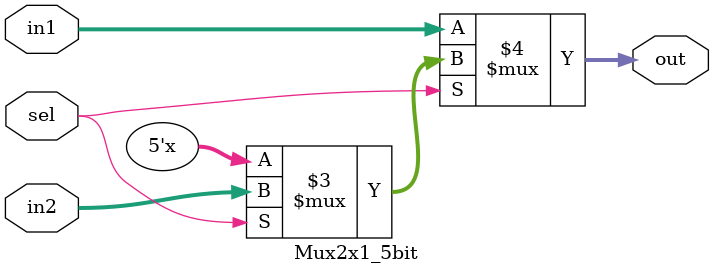
<source format=v>
module Mux2x1_5bit(out, in1, in2, sel);

input [4:0] in1, in2;
input sel;
output [4:0] out;

assign out = 	(sel == 1'b0) ? in1 :
		(sel == 1'b1) ? in2 : 5'bx;

endmodule 
</source>
